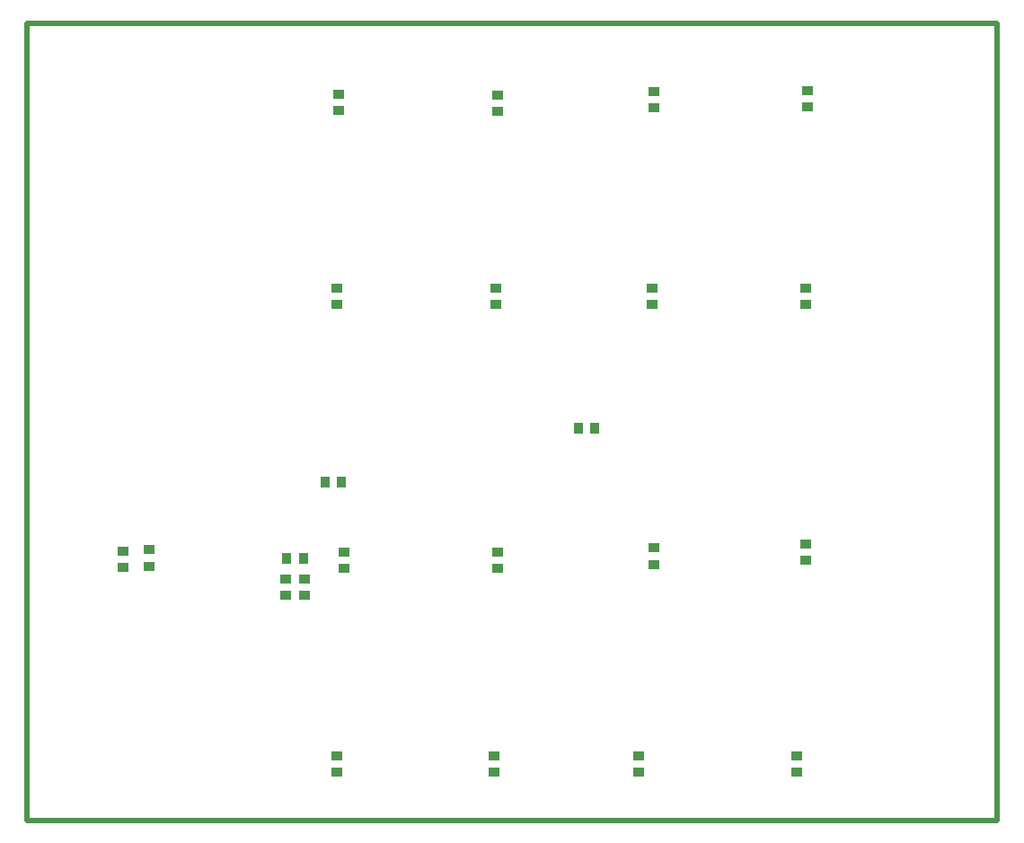
<source format=gbp>
G04*
G04 #@! TF.GenerationSoftware,Altium Limited,Altium Designer,18.1.9 (240)*
G04*
G04 Layer_Color=128*
%FSLAX24Y24*%
%MOIN*%
G70*
G01*
G75*
%ADD20C,0.0200*%
%ADD22R,0.0386X0.0366*%
%ADD24R,0.0366X0.0386*%
D20*
X0Y29600D02*
X36000D01*
Y0D02*
Y29600D01*
X0Y0D02*
X36000D01*
X0Y50D02*
Y29600D01*
Y50D02*
X50Y0D01*
D22*
X9597Y8347D02*
D03*
Y8953D02*
D03*
X10297D02*
D03*
Y8347D02*
D03*
X22696Y2393D02*
D03*
Y1787D02*
D03*
X23248Y9500D02*
D03*
Y10106D02*
D03*
X3550Y9397D02*
D03*
Y10003D02*
D03*
X28898Y9647D02*
D03*
Y10253D02*
D03*
X11748Y9953D02*
D03*
Y9347D02*
D03*
X11500Y19149D02*
D03*
Y19755D02*
D03*
X17448Y9357D02*
D03*
Y9964D02*
D03*
X17317Y1787D02*
D03*
Y2393D02*
D03*
X17450Y26321D02*
D03*
Y26928D02*
D03*
X17400Y19149D02*
D03*
Y19755D02*
D03*
X11498Y1787D02*
D03*
Y2393D02*
D03*
X23200Y19149D02*
D03*
Y19755D02*
D03*
X28546Y1787D02*
D03*
Y2393D02*
D03*
X4537Y9437D02*
D03*
Y10044D02*
D03*
X28950Y27102D02*
D03*
Y26496D02*
D03*
X23250Y27055D02*
D03*
Y26449D02*
D03*
X11550Y26952D02*
D03*
Y26346D02*
D03*
X28900Y19755D02*
D03*
Y19149D02*
D03*
D24*
X21053Y14550D02*
D03*
X20447D02*
D03*
X10250Y9737D02*
D03*
X9644D02*
D03*
X11653Y12550D02*
D03*
X11047D02*
D03*
M02*

</source>
